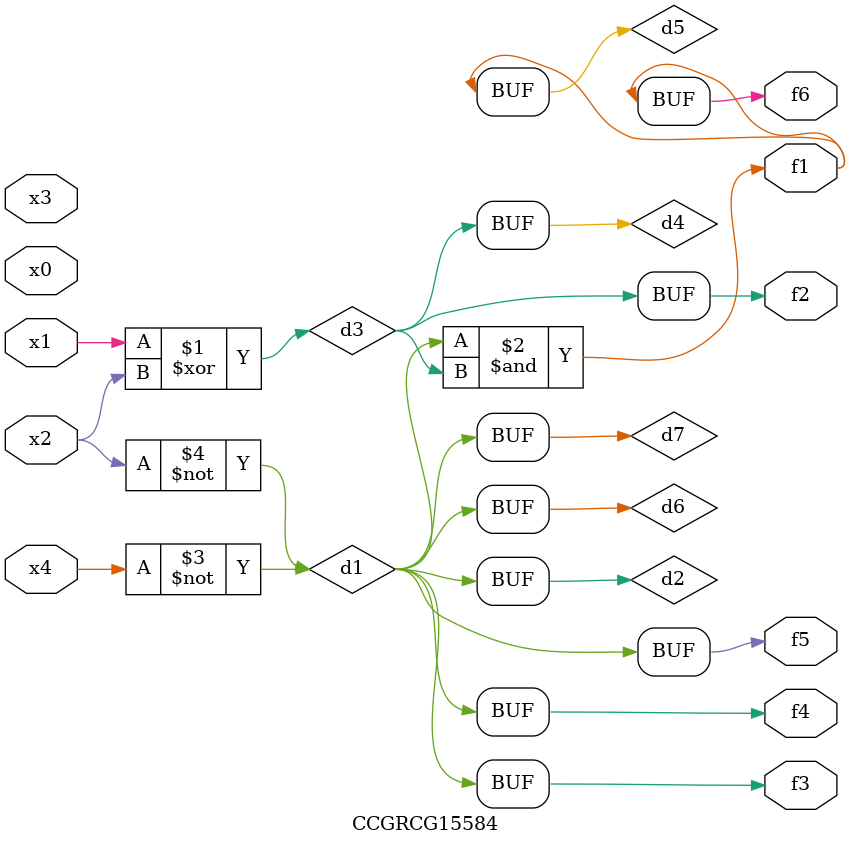
<source format=v>
module CCGRCG15584(
	input x0, x1, x2, x3, x4,
	output f1, f2, f3, f4, f5, f6
);

	wire d1, d2, d3, d4, d5, d6, d7;

	not (d1, x4);
	not (d2, x2);
	xor (d3, x1, x2);
	buf (d4, d3);
	and (d5, d1, d3);
	buf (d6, d1, d2);
	buf (d7, d2);
	assign f1 = d5;
	assign f2 = d4;
	assign f3 = d7;
	assign f4 = d7;
	assign f5 = d7;
	assign f6 = d5;
endmodule

</source>
